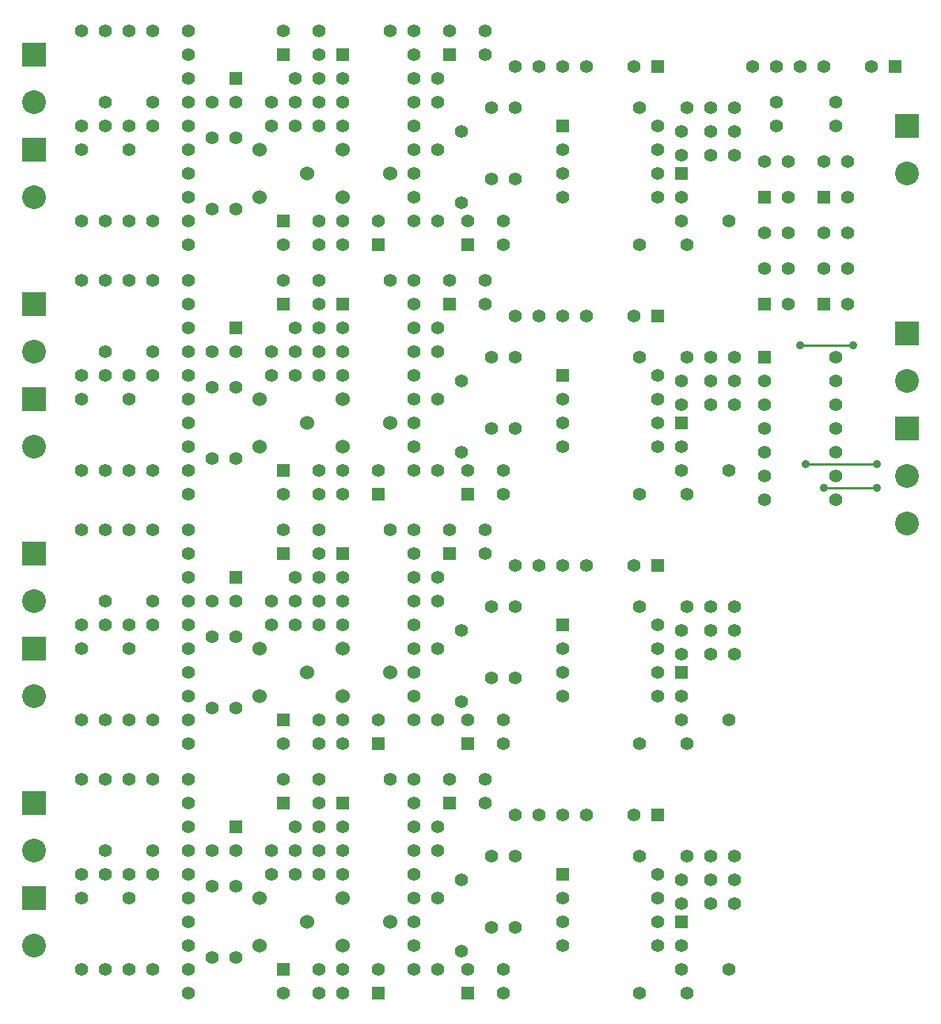
<source format=gbl>
G04 (created by PCBNEW (2013-dec-23)-stable) date Сбт 05 Июл 2014 23:54:22*
%MOIN*%
G04 Gerber Fmt 3.4, Leading zero omitted, Abs format*
%FSLAX34Y34*%
G01*
G70*
G90*
G04 APERTURE LIST*
%ADD10C,0.00590551*%
%ADD11C,0.055*%
%ADD12R,0.055X0.055*%
%ADD13C,0.06*%
%ADD14R,0.1X0.1*%
%ADD15C,0.1*%
%ADD16C,0.035*%
%ADD17C,0.01*%
G04 APERTURE END LIST*
G54D10*
G54D11*
X36000Y-21000D03*
X34000Y-21000D03*
X20500Y-20000D03*
X20500Y-21000D03*
G54D12*
X17000Y-45500D03*
G54D11*
X16000Y-46500D03*
X17000Y-46500D03*
G54D12*
X17000Y-14000D03*
G54D11*
X16000Y-15000D03*
X17000Y-15000D03*
G54D12*
X17000Y-35000D03*
G54D11*
X16000Y-36000D03*
X17000Y-36000D03*
G54D12*
X17000Y-24500D03*
G54D11*
X16000Y-25500D03*
X17000Y-25500D03*
G54D13*
X21500Y-17000D03*
X23500Y-18000D03*
X21500Y-19000D03*
X18000Y-48500D03*
X20000Y-49500D03*
X18000Y-50500D03*
X18000Y-17000D03*
X20000Y-18000D03*
X18000Y-19000D03*
X21500Y-48500D03*
X23500Y-49500D03*
X21500Y-50500D03*
X21500Y-27500D03*
X23500Y-28500D03*
X21500Y-29500D03*
X21500Y-38000D03*
X23500Y-39000D03*
X21500Y-40000D03*
X18000Y-27500D03*
X20000Y-28500D03*
X18000Y-29500D03*
X18000Y-38000D03*
X20000Y-39000D03*
X18000Y-40000D03*
G54D11*
X11500Y-12000D03*
X11500Y-15000D03*
X12500Y-48500D03*
X12500Y-51500D03*
X10500Y-48500D03*
X10500Y-51500D03*
X13500Y-15000D03*
X13500Y-12000D03*
X10500Y-17000D03*
X10500Y-20000D03*
X12500Y-38000D03*
X12500Y-41000D03*
X10500Y-38000D03*
X10500Y-41000D03*
X11500Y-33000D03*
X11500Y-36000D03*
X13500Y-36000D03*
X13500Y-33000D03*
X11500Y-43500D03*
X11500Y-46500D03*
X13500Y-46500D03*
X13500Y-43500D03*
X12500Y-17000D03*
X12500Y-20000D03*
X13500Y-25500D03*
X13500Y-22500D03*
X11500Y-22500D03*
X11500Y-25500D03*
X10500Y-27500D03*
X10500Y-30500D03*
X12500Y-27500D03*
X12500Y-30500D03*
X37000Y-25750D03*
X38000Y-25750D03*
X20500Y-26500D03*
X19500Y-26500D03*
X19500Y-25500D03*
X20500Y-25500D03*
X18500Y-25500D03*
X18500Y-26500D03*
X38000Y-27750D03*
X38000Y-26750D03*
X24500Y-38000D03*
X24500Y-39000D03*
X20500Y-30500D03*
X20500Y-31500D03*
X23500Y-22500D03*
X24500Y-22500D03*
X24500Y-30500D03*
X24500Y-29500D03*
X24500Y-27500D03*
X24500Y-28500D03*
X20500Y-47500D03*
X19500Y-47500D03*
X19500Y-46500D03*
X20500Y-46500D03*
X18500Y-46500D03*
X18500Y-47500D03*
X20500Y-51500D03*
X20500Y-52500D03*
X23500Y-43500D03*
X24500Y-43500D03*
X24500Y-51500D03*
X24500Y-50500D03*
X24500Y-48500D03*
X24500Y-49500D03*
X35750Y-47750D03*
X35750Y-48750D03*
X37000Y-46750D03*
X38000Y-46750D03*
X38000Y-48750D03*
X38000Y-47750D03*
X38000Y-38250D03*
X38000Y-37250D03*
X37000Y-36250D03*
X38000Y-36250D03*
X35750Y-37250D03*
X35750Y-38250D03*
X35750Y-26750D03*
X35750Y-27750D03*
X24500Y-41000D03*
X24500Y-40000D03*
X23500Y-33000D03*
X24500Y-33000D03*
X20500Y-41000D03*
X20500Y-42000D03*
X18500Y-36000D03*
X18500Y-37000D03*
X19500Y-36000D03*
X20500Y-36000D03*
X20500Y-37000D03*
X19500Y-37000D03*
X38000Y-17250D03*
X38000Y-16250D03*
X39250Y-20500D03*
X40250Y-20500D03*
X42750Y-20500D03*
X41750Y-20500D03*
X35750Y-16250D03*
X35750Y-17250D03*
X19500Y-15000D03*
X20500Y-15000D03*
X20500Y-16000D03*
X19500Y-16000D03*
X23500Y-12000D03*
X24500Y-12000D03*
X24500Y-20000D03*
X24500Y-19000D03*
X24500Y-17000D03*
X24500Y-18000D03*
X37000Y-15250D03*
X38000Y-15250D03*
G54D12*
X30750Y-47500D03*
G54D11*
X30750Y-48500D03*
X30750Y-49500D03*
X30750Y-50500D03*
X34750Y-50500D03*
X34750Y-49500D03*
X34750Y-48500D03*
X34750Y-47500D03*
G54D12*
X30750Y-37000D03*
G54D11*
X30750Y-38000D03*
X30750Y-39000D03*
X30750Y-40000D03*
X34750Y-40000D03*
X34750Y-39000D03*
X34750Y-38000D03*
X34750Y-37000D03*
G54D12*
X30750Y-16000D03*
G54D11*
X30750Y-17000D03*
X30750Y-18000D03*
X30750Y-19000D03*
X34750Y-19000D03*
X34750Y-18000D03*
X34750Y-17000D03*
X34750Y-16000D03*
G54D12*
X30750Y-26500D03*
G54D11*
X30750Y-27500D03*
X30750Y-28500D03*
X30750Y-29500D03*
X34750Y-29500D03*
X34750Y-28500D03*
X34750Y-27500D03*
X34750Y-26500D03*
G54D12*
X21500Y-44500D03*
G54D11*
X21500Y-45500D03*
X21500Y-46500D03*
X21500Y-47500D03*
X24500Y-47500D03*
X24500Y-46500D03*
X24500Y-45500D03*
X24500Y-44500D03*
G54D12*
X21500Y-13000D03*
G54D11*
X21500Y-14000D03*
X21500Y-15000D03*
X21500Y-16000D03*
X24500Y-16000D03*
X24500Y-15000D03*
X24500Y-14000D03*
X24500Y-13000D03*
G54D12*
X21500Y-34000D03*
G54D11*
X21500Y-35000D03*
X21500Y-36000D03*
X21500Y-37000D03*
X24500Y-37000D03*
X24500Y-36000D03*
X24500Y-35000D03*
X24500Y-34000D03*
G54D12*
X21500Y-23500D03*
G54D11*
X21500Y-24500D03*
X21500Y-25500D03*
X21500Y-26500D03*
X24500Y-26500D03*
X24500Y-25500D03*
X24500Y-24500D03*
X24500Y-23500D03*
G54D12*
X39250Y-25750D03*
G54D11*
X39250Y-26750D03*
X39250Y-27750D03*
X39250Y-28750D03*
X39250Y-29750D03*
X39250Y-30750D03*
X39250Y-31750D03*
X42250Y-31750D03*
X42250Y-30750D03*
X42250Y-29750D03*
X42250Y-28750D03*
X42250Y-27750D03*
X42250Y-26750D03*
X42250Y-25750D03*
X15000Y-48500D03*
X15000Y-47500D03*
X15000Y-44500D03*
X15000Y-43500D03*
X15000Y-46500D03*
X15000Y-45500D03*
X21500Y-51500D03*
X21500Y-52500D03*
X20500Y-43500D03*
X20500Y-44500D03*
X15000Y-19000D03*
X15000Y-18000D03*
X15000Y-17000D03*
X15000Y-16000D03*
X20500Y-33000D03*
X20500Y-34000D03*
X21500Y-41000D03*
X21500Y-42000D03*
X15000Y-13000D03*
X15000Y-12000D03*
X21500Y-20000D03*
X21500Y-21000D03*
X20500Y-12000D03*
X20500Y-13000D03*
X15000Y-15000D03*
X15000Y-14000D03*
X15000Y-50500D03*
X15000Y-49500D03*
X15000Y-29500D03*
X15000Y-28500D03*
X40250Y-22000D03*
X39250Y-22000D03*
X21500Y-30500D03*
X21500Y-31500D03*
X20500Y-22500D03*
X20500Y-23500D03*
X15000Y-25500D03*
X15000Y-24500D03*
X15000Y-23500D03*
X15000Y-22500D03*
X15000Y-27500D03*
X15000Y-26500D03*
X15000Y-36000D03*
X15000Y-35000D03*
X15000Y-34000D03*
X15000Y-33000D03*
X15000Y-38000D03*
X15000Y-37000D03*
X15000Y-40000D03*
X15000Y-39000D03*
X42750Y-22000D03*
X41750Y-22000D03*
X11500Y-16000D03*
X11500Y-20000D03*
X12500Y-37000D03*
X12500Y-33000D03*
X10500Y-12000D03*
X10500Y-16000D03*
X12500Y-16000D03*
X12500Y-12000D03*
X12500Y-47500D03*
X12500Y-43500D03*
X10500Y-43500D03*
X10500Y-47500D03*
X13500Y-47500D03*
X13500Y-51500D03*
X11500Y-47500D03*
X11500Y-51500D03*
X13500Y-26500D03*
X13500Y-30500D03*
X12500Y-26500D03*
X12500Y-22500D03*
X13500Y-16000D03*
X13500Y-20000D03*
X11500Y-26500D03*
X11500Y-30500D03*
X10500Y-33000D03*
X10500Y-37000D03*
X11500Y-37000D03*
X11500Y-41000D03*
X13500Y-37000D03*
X13500Y-41000D03*
X10500Y-22500D03*
X10500Y-26500D03*
G54D12*
X19000Y-51500D03*
G54D11*
X19000Y-52500D03*
G54D12*
X26750Y-52500D03*
G54D11*
X26750Y-51500D03*
G54D12*
X39250Y-19000D03*
G54D11*
X40250Y-19000D03*
G54D12*
X26000Y-44500D03*
G54D11*
X26000Y-43500D03*
G54D12*
X41750Y-23500D03*
G54D11*
X42750Y-23500D03*
G54D12*
X19000Y-44500D03*
G54D11*
X19000Y-43500D03*
G54D12*
X23000Y-52500D03*
G54D11*
X23000Y-51500D03*
G54D12*
X39250Y-23500D03*
G54D11*
X40250Y-23500D03*
G54D12*
X41750Y-19000D03*
G54D11*
X42750Y-19000D03*
G54D12*
X35750Y-49500D03*
G54D11*
X35750Y-50500D03*
G54D12*
X26750Y-42000D03*
G54D11*
X26750Y-41000D03*
G54D12*
X26000Y-23500D03*
G54D11*
X26000Y-22500D03*
G54D12*
X35750Y-28500D03*
G54D11*
X35750Y-29500D03*
G54D12*
X19000Y-41000D03*
G54D11*
X19000Y-42000D03*
G54D12*
X26750Y-21000D03*
G54D11*
X26750Y-20000D03*
G54D12*
X26000Y-13000D03*
G54D11*
X26000Y-12000D03*
G54D12*
X23000Y-21000D03*
G54D11*
X23000Y-20000D03*
G54D12*
X19000Y-34000D03*
G54D11*
X19000Y-33000D03*
G54D12*
X35750Y-18000D03*
G54D11*
X35750Y-19000D03*
G54D12*
X26750Y-31500D03*
G54D11*
X26750Y-30500D03*
G54D12*
X23000Y-42000D03*
G54D11*
X23000Y-41000D03*
G54D12*
X26000Y-34000D03*
G54D11*
X26000Y-33000D03*
G54D12*
X19000Y-13000D03*
G54D11*
X19000Y-12000D03*
G54D12*
X23000Y-31500D03*
G54D11*
X23000Y-30500D03*
G54D12*
X19000Y-23500D03*
G54D11*
X19000Y-22500D03*
G54D12*
X19000Y-20000D03*
G54D11*
X19000Y-21000D03*
G54D12*
X35750Y-39000D03*
G54D11*
X35750Y-40000D03*
G54D12*
X19000Y-30500D03*
G54D11*
X19000Y-31500D03*
X15000Y-20000D03*
X15000Y-21000D03*
X25500Y-46500D03*
X25500Y-45500D03*
X20500Y-24500D03*
X19500Y-24500D03*
X37000Y-16250D03*
X37000Y-17250D03*
X37000Y-47750D03*
X37000Y-48750D03*
X25500Y-25500D03*
X25500Y-24500D03*
X37000Y-26750D03*
X37000Y-27750D03*
X15000Y-30500D03*
X15000Y-31500D03*
X25500Y-15000D03*
X25500Y-14000D03*
X15000Y-41000D03*
X15000Y-42000D03*
X20500Y-35000D03*
X19500Y-35000D03*
X20500Y-45500D03*
X19500Y-45500D03*
X15000Y-51500D03*
X15000Y-52500D03*
X25500Y-36000D03*
X25500Y-35000D03*
X20500Y-14000D03*
X19500Y-14000D03*
X37000Y-37250D03*
X37000Y-38250D03*
G54D14*
X45250Y-28750D03*
G54D15*
X45250Y-30750D03*
X45250Y-32750D03*
G54D14*
X8500Y-13000D03*
G54D15*
X8500Y-15000D03*
G54D14*
X8500Y-48500D03*
G54D15*
X8500Y-50500D03*
G54D14*
X8500Y-44500D03*
G54D15*
X8500Y-46500D03*
G54D14*
X8500Y-38000D03*
G54D15*
X8500Y-40000D03*
G54D14*
X8500Y-34000D03*
G54D15*
X8500Y-36000D03*
G54D14*
X8500Y-17000D03*
G54D15*
X8500Y-19000D03*
G54D14*
X8500Y-23500D03*
G54D15*
X8500Y-25500D03*
G54D14*
X45250Y-24750D03*
G54D15*
X45250Y-26750D03*
G54D14*
X45250Y-16000D03*
G54D15*
X45250Y-18000D03*
G54D14*
X8500Y-27500D03*
G54D15*
X8500Y-29500D03*
G54D11*
X16000Y-16500D03*
X16000Y-19500D03*
X17000Y-16500D03*
X17000Y-19500D03*
X25500Y-17000D03*
X25500Y-20000D03*
X18500Y-15000D03*
X18500Y-16000D03*
X28250Y-21000D03*
X28250Y-20000D03*
X27500Y-13000D03*
X27500Y-12000D03*
G54D12*
X34750Y-24000D03*
G54D11*
X33750Y-24000D03*
X31750Y-24000D03*
X30750Y-24000D03*
X29750Y-24000D03*
X28750Y-24000D03*
G54D12*
X34750Y-34500D03*
G54D11*
X33750Y-34500D03*
X31750Y-34500D03*
X30750Y-34500D03*
X29750Y-34500D03*
X28750Y-34500D03*
G54D12*
X44750Y-13500D03*
G54D11*
X43750Y-13500D03*
X41750Y-13500D03*
X40750Y-13500D03*
X39750Y-13500D03*
X38750Y-13500D03*
G54D12*
X34750Y-13500D03*
G54D11*
X33750Y-13500D03*
X31750Y-13500D03*
X30750Y-13500D03*
X29750Y-13500D03*
X28750Y-13500D03*
G54D12*
X34750Y-45000D03*
G54D11*
X33750Y-45000D03*
X31750Y-45000D03*
X30750Y-45000D03*
X29750Y-45000D03*
X28750Y-45000D03*
X39750Y-16000D03*
X39750Y-15000D03*
X27750Y-15250D03*
X28750Y-15250D03*
X28750Y-18250D03*
X27750Y-18250D03*
X28750Y-39250D03*
X27750Y-39250D03*
X42250Y-15000D03*
X42250Y-16000D03*
X28750Y-49750D03*
X27750Y-49750D03*
X27750Y-46750D03*
X28750Y-46750D03*
X27750Y-25750D03*
X28750Y-25750D03*
X28750Y-28750D03*
X27750Y-28750D03*
X27750Y-36250D03*
X28750Y-36250D03*
X39250Y-17500D03*
X40250Y-17500D03*
X41750Y-17500D03*
X42750Y-17500D03*
X26500Y-16250D03*
X26500Y-19250D03*
X16000Y-27000D03*
X16000Y-30000D03*
X17000Y-27000D03*
X17000Y-30000D03*
X25500Y-27500D03*
X25500Y-30500D03*
X26500Y-26750D03*
X26500Y-29750D03*
X28250Y-31500D03*
X28250Y-30500D03*
X27500Y-23500D03*
X27500Y-22500D03*
X16000Y-37500D03*
X16000Y-40500D03*
X17000Y-37500D03*
X17000Y-40500D03*
X27500Y-34000D03*
X27500Y-33000D03*
X25500Y-38000D03*
X25500Y-41000D03*
X26500Y-37250D03*
X26500Y-40250D03*
X28250Y-42000D03*
X28250Y-41000D03*
X35750Y-20000D03*
X37750Y-20000D03*
X36000Y-15250D03*
X34000Y-15250D03*
X36000Y-25750D03*
X34000Y-25750D03*
X35750Y-30500D03*
X37750Y-30500D03*
X36000Y-31500D03*
X34000Y-31500D03*
X36000Y-36250D03*
X34000Y-36250D03*
X35750Y-41000D03*
X37750Y-41000D03*
X36000Y-42000D03*
X34000Y-42000D03*
X16000Y-48000D03*
X16000Y-51000D03*
X17000Y-48000D03*
X17000Y-51000D03*
X25500Y-48500D03*
X25500Y-51500D03*
X26500Y-47750D03*
X26500Y-50750D03*
X28250Y-52500D03*
X28250Y-51500D03*
X27500Y-44500D03*
X27500Y-43500D03*
X36000Y-46750D03*
X34000Y-46750D03*
X35750Y-51500D03*
X37750Y-51500D03*
X36000Y-52500D03*
X34000Y-52500D03*
G54D16*
X43000Y-25250D03*
X40750Y-25250D03*
X41000Y-30250D03*
X44000Y-30250D03*
X41750Y-31250D03*
X44000Y-31250D03*
G54D17*
X40750Y-25250D02*
X43000Y-25250D01*
X41000Y-30250D02*
X44000Y-30250D01*
X41750Y-31250D02*
X44000Y-31250D01*
M02*

</source>
